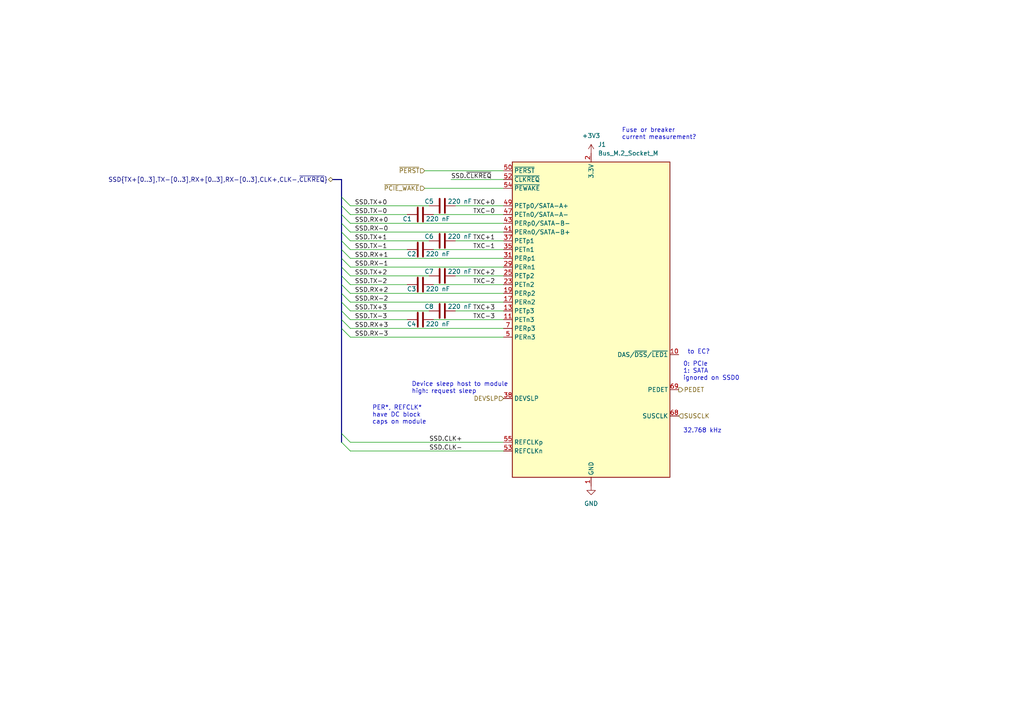
<source format=kicad_sch>
(kicad_sch (version 20230121) (generator eeschema)
  (paper "A4")
  (lib_symbols
    (symbol "Connector:Bus_M.2_Socket_M"
      (property "Reference" "J" (at -22.86 46.99 0))
      (property "Value" "Bus_M.2_Socket_M" (at 16.51 46.99 0))
      (symbol "Bus_M.2_Socket_M_0_1"
        (rectangle (start -22.86 45.72) (end 22.86 -45.72) (stroke (width 0.254)) (fill (type background)))
      )
      (symbol "Bus_M.2_Socket_M_1_1"
        (pin power_in line (at 0 -48.26 90) (length 2.54) (name "GND") (number "1"))
        (pin bidirectional line (at 25.4 -10.16 180) (length 2.54) (name "DAS/~{DSS}/~{LED1}") (number "10"))
        (pin output line (at -25.4 0 0) (length 2.54) (name "PETn3") (number "11"))
        (pin passive line (at 0 48.26 270) (length 2.54) hide (name "3.3V") (number "12"))
        (pin output line (at -25.4 2.54 0) (length 2.54) (name "PETp3") (number "13"))
        (pin passive line (at 0 48.26 270) (length 2.54) hide (name "3.3V") (number "14"))
        (pin passive line (at 0 -48.26 90) (length 2.54) hide (name "GND") (number "15"))
        (pin passive line (at 0 48.26 270) (length 2.54) hide (name "3.3V") (number "16"))
        (pin input line (at -25.4 5.08 0) (length 2.54) (name "PERn2") (number "17"))
        (pin passive line (at 0 48.26 270) (length 2.54) hide (name "3.3V") (number "18"))
        (pin input line (at -25.4 7.62 0) (length 2.54) (name "PERp2") (number "19"))
        (pin power_in line (at 0 48.26 270) (length 2.54) (name "3.3V") (number "2"))
        (pin no_connect line (at 22.86 2.54 180) (length 2.54) hide (name "NC") (number "20"))
        (pin passive line (at 0 -48.26 90) (length 2.54) hide (name "GND") (number "21"))
        (pin no_connect line (at 22.86 5.08 180) (length 2.54) hide (name "NC") (number "22"))
        (pin output line (at -25.4 10.16 0) (length 2.54) (name "PETn2") (number "23"))
        (pin no_connect line (at 22.86 7.62 180) (length 2.54) hide (name "NC") (number "24"))
        (pin output line (at -25.4 12.7 0) (length 2.54) (name "PETp2") (number "25"))
        (pin no_connect line (at 22.86 10.16 180) (length 2.54) hide (name "NC") (number "26"))
        (pin passive line (at 0 -48.26 90) (length 2.54) hide (name "GND") (number "27"))
        (pin no_connect line (at 22.86 12.7 180) (length 2.54) hide (name "NC") (number "28"))
        (pin input line (at -25.4 15.24 0) (length 2.54) (name "PERn1") (number "29"))
        (pin passive line (at 0 -48.26 90) (length 2.54) hide (name "GND") (number "3"))
        (pin no_connect line (at 22.86 15.24 180) (length 2.54) hide (name "NC") (number "30"))
        (pin input line (at -25.4 17.78 0) (length 2.54) (name "PERp1") (number "31"))
        (pin no_connect line (at 22.86 17.78 180) (length 2.54) hide (name "NC") (number "32"))
        (pin passive line (at 0 -48.26 90) (length 2.54) hide (name "GND") (number "33"))
        (pin no_connect line (at 22.86 20.32 180) (length 2.54) hide (name "NC") (number "34"))
        (pin output line (at -25.4 20.32 0) (length 2.54) (name "PETn1") (number "35"))
        (pin no_connect line (at 22.86 22.86 180) (length 2.54) hide (name "NC") (number "36"))
        (pin output line (at -25.4 22.86 0) (length 2.54) (name "PETp1") (number "37"))
        (pin output line (at -25.4 -22.86 0) (length 2.54) (name "DEVSLP") (number "38"))
        (pin passive line (at 0 -48.26 90) (length 2.54) hide (name "GND") (number "39"))
        (pin passive line (at 0 48.26 270) (length 2.54) hide (name "3.3V") (number "4"))
        (pin no_connect line (at 22.86 25.4 180) (length 2.54) hide (name "NC") (number "40"))
        (pin input line (at -25.4 25.4 0) (length 2.54) (name "PERn0/SATA-B+") (number "41"))
        (pin no_connect line (at 22.86 27.94 180) (length 2.54) hide (name "NC") (number "42"))
        (pin input line (at -25.4 27.94 0) (length 2.54) (name "PERp0/SATA-B-") (number "43"))
        (pin no_connect line (at 22.86 30.48 180) (length 2.54) hide (name "NC") (number "44"))
        (pin passive line (at 0 -48.26 90) (length 2.54) hide (name "GND") (number "45"))
        (pin no_connect line (at 22.86 33.02 180) (length 2.54) hide (name "NC") (number "46"))
        (pin output line (at -25.4 30.48 0) (length 2.54) (name "PETn0/SATA-A-") (number "47"))
        (pin no_connect line (at 22.86 35.56 180) (length 2.54) hide (name "NC") (number "48"))
        (pin output line (at -25.4 33.02 0) (length 2.54) (name "PETp0/SATA-A+") (number "49"))
        (pin input line (at -25.4 -5.08 0) (length 2.54) (name "PERn3") (number "5"))
        (pin output line (at -25.4 43.18 0) (length 2.54) (name "~{PERST}") (number "50"))
        (pin passive line (at 0 -48.26 90) (length 2.54) hide (name "GND") (number "51"))
        (pin bidirectional line (at -25.4 40.64 0) (length 2.54) (name "~{CLKREQ}") (number "52"))
        (pin output line (at -25.4 -38.1 0) (length 2.54) (name "REFCLKn") (number "53"))
        (pin bidirectional line (at -25.4 38.1 0) (length 2.54) (name "~{PEWAKE}") (number "54"))
        (pin output line (at -25.4 -35.56 0) (length 2.54) (name "REFCLKp") (number "55"))
        (pin no_connect line (at 22.86 38.1 180) (length 2.54) hide (name "NC") (number "56"))
        (pin passive line (at 0 -48.26 90) (length 2.54) hide (name "GND") (number "57"))
        (pin no_connect line (at 22.86 40.64 180) (length 2.54) hide (name "NC") (number "58"))
        (pin no_connect line (at 22.86 -2.54 180) (length 2.54) hide (name "NC") (number "6"))
        (pin no_connect line (at 22.86 -5.08 180) (length 2.54) hide (name "NC") (number "67"))
        (pin output line (at 25.4 -27.94 180) (length 2.54) (name "SUSCLK") (number "68"))
        (pin passive line (at 25.4 -20.32 180) (length 2.54) (name "PEDET") (number "69"))
        (pin input line (at -25.4 -2.54 0) (length 2.54) (name "PERp3") (number "7"))
        (pin passive line (at 0 48.26 270) (length 2.54) hide (name "3.3V") (number "70"))
        (pin passive line (at 0 -48.26 90) (length 2.54) hide (name "GND") (number "71"))
        (pin passive line (at 0 48.26 270) (length 2.54) hide (name "3.3V") (number "72"))
        (pin passive line (at 0 -48.26 90) (length 2.54) hide (name "GND") (number "73"))
        (pin passive line (at 0 48.26 270) (length 2.54) hide (name "3.3V") (number "74"))
        (pin passive line (at 0 -48.26 90) (length 2.54) hide (name "GND") (number "75"))
        (pin no_connect line (at 22.86 0 180) (length 2.54) hide (name "NC") (number "8"))
        (pin passive line (at 0 -48.26 90) (length 2.54) hide (name "GND") (number "9"))
      )
    )
    (symbol "Device:C" (pin_numbers hide) (pin_names (offset 0.254))
      (property "Reference" "C" (at 0.635 2.54 0))
      (property "Value" "C" (at 0.635 -2.54 0))
      (symbol "C_0_1"
        (polyline (pts (xy -2.032 -0.762) (xy 2.032 -0.762)) (stroke (width 0.508)))
        (polyline (pts (xy -2.032 0.762) (xy 2.032 0.762)) (stroke (width 0.508)))
      )
      (symbol "C_1_1"
        (pin passive line (at 0 3.81 270) (length 2.794) (name "~") (number "1"))
        (pin passive line (at 0 -3.81 90) (length 2.794) (name "~") (number "2"))
      )
    )
    (symbol "power:+3V3" (power) (pin_names (offset 0))
      (property "Value" "+3V3" (at 0 3.556 0))
      (symbol "+3V3_0_1"
        (polyline (pts (xy -0.762 1.27) (xy 0 2.54)))
        (polyline (pts (xy 0 0) (xy 0 2.54)))
        (polyline (pts (xy 0 2.54) (xy 0.762 1.27)))
      )
      (symbol "+3V3_1_1"
        (pin power_in line (at 0 0 90) (length 0) hide (name "+3V3") (number "1"))
      )
    )
    (symbol "power:GND" (power) (pin_names (offset 0))
      (property "Value" "GND" (at 0 -3.81 0))
      (symbol "GND_0_1"
        (polyline (pts (xy 0 0) (xy 0 -1.27) (xy 1.27 -1.27) (xy 0 -2.54) (xy -1.27 -1.27) (xy 0 -1.27)))
      )
      (symbol "GND_1_1"
        (pin power_in line (at 0 0 270) (length 0) hide (name "GND") (number "1"))
      )
    )
  )
  (bus_entry (at 99.06 80.01) (size 2.54 2.54))
  (bus_entry (at 99.06 64.77) (size 2.54 2.54))
  (bus_entry (at 99.06 87.63) (size 2.54 2.54))
  (bus_entry (at 99.06 82.55) (size 2.54 2.54))
  (bus_entry (at 99.06 59.69) (size 2.54 2.54))
  (bus_entry (at 99.06 125.73) (size 2.54 2.54))
  (bus_entry (at 99.06 85.09) (size 2.54 2.54))
  (bus_entry (at 99.06 74.93) (size 2.54 2.54))
  (bus_entry (at 99.06 57.15) (size 2.54 2.54))
  (bus_entry (at 99.06 77.47) (size 2.54 2.54))
  (bus_entry (at 99.06 128.27) (size 2.54 2.54))
  (bus_entry (at 99.06 69.85) (size 2.54 2.54))
  (bus_entry (at 99.06 92.71) (size 2.54 2.54))
  (bus_entry (at 99.06 90.17) (size 2.54 2.54))
  (bus_entry (at 99.06 67.31) (size 2.54 2.54))
  (bus_entry (at 99.06 72.39) (size 2.54 2.54))
  (bus_entry (at 99.06 62.23) (size 2.54 2.54))
  (bus_entry (at 99.06 95.25) (size 2.54 2.54))
  (wire (pts (xy 101.6 59.69) (xy 124.46 59.69)))
  (wire (pts (xy 101.6 82.55) (xy 118.11 82.55)))
  (wire (pts (xy 101.6 77.47) (xy 146.05 77.47)))
  (wire (pts (xy 101.6 62.23) (xy 118.11 62.23)))
  (bus (pts (xy 99.06 57.15) (xy 99.06 52.07)))
  (bus (pts (xy 99.06 62.23) (xy 99.06 59.69)))
  (wire (pts (xy 101.6 90.17) (xy 124.46 90.17)))
  (wire (pts (xy 132.08 90.17) (xy 146.05 90.17)))
  (wire (pts (xy 132.08 59.69) (xy 146.05 59.69)))
  (bus (pts (xy 99.06 125.73) (xy 99.06 128.27)))
  (wire (pts (xy 101.6 64.77) (xy 146.05 64.77)))
  (bus (pts (xy 99.06 87.63) (xy 99.06 85.09)))
  (wire (pts (xy 130.81 52.07) (xy 146.05 52.07)))
  (wire (pts (xy 101.6 72.39) (xy 118.11 72.39)))
  (wire (pts (xy 101.6 95.25) (xy 146.05 95.25)))
  (bus (pts (xy 99.06 52.07) (xy 96.52 52.07)))
  (bus (pts (xy 99.06 74.93) (xy 99.06 72.39)))
  (wire (pts (xy 125.73 72.39) (xy 146.05 72.39)))
  (wire (pts (xy 123.19 54.61) (xy 146.05 54.61)))
  (wire (pts (xy 101.6 97.79) (xy 146.05 97.79)))
  (wire (pts (xy 101.6 80.01) (xy 124.46 80.01)))
  (wire (pts (xy 101.6 67.31) (xy 146.05 67.31)))
  (bus (pts (xy 99.06 59.69) (xy 99.06 57.15)))
  (wire (pts (xy 101.6 92.71) (xy 118.11 92.71)))
  (wire (pts (xy 101.6 85.09) (xy 146.05 85.09)))
  (bus (pts (xy 99.06 64.77) (xy 99.06 62.23)))
  (bus (pts (xy 99.06 69.85) (xy 99.06 67.31)))
  (wire (pts (xy 125.73 92.71) (xy 146.05 92.71)))
  (bus (pts (xy 99.06 92.71) (xy 99.06 90.17)))
  (wire (pts (xy 132.08 80.01) (xy 146.05 80.01)))
  (bus (pts (xy 99.06 67.31) (xy 99.06 64.77)))
  (wire (pts (xy 101.6 69.85) (xy 124.46 69.85)))
  (bus (pts (xy 99.06 82.55) (xy 99.06 80.01)))
  (bus (pts (xy 99.06 85.09) (xy 99.06 82.55)))
  (bus (pts (xy 99.06 72.39) (xy 99.06 69.85)))
  (wire (pts (xy 125.73 62.23) (xy 146.05 62.23)))
  (bus (pts (xy 99.06 95.25) (xy 99.06 125.73)))
  (bus (pts (xy 99.06 90.17) (xy 99.06 87.63)))
  (bus (pts (xy 99.06 77.47) (xy 99.06 74.93)))
  (wire (pts (xy 101.6 87.63) (xy 146.05 87.63)))
  (wire (pts (xy 123.19 49.53) (xy 146.05 49.53)))
  (wire (pts (xy 132.08 69.85) (xy 146.05 69.85)))
  (bus (pts (xy 99.06 95.25) (xy 99.06 92.71)))
  (wire (pts (xy 101.6 130.81) (xy 146.05 130.81)))
  (wire (pts (xy 101.6 128.27) (xy 146.05 128.27)))
  (bus (pts (xy 99.06 80.01) (xy 99.06 77.47)))
  (wire (pts (xy 101.6 74.93) (xy 146.05 74.93)))
  (wire (pts (xy 125.73 82.55) (xy 146.05 82.55)))
  (text "Fuse or breaker\ncurrent measurement?" (at 180.34 40.64 0) (effects (font (size 1.27 1.27)) (justify left bottom)))
  (text "Device sleep host to module\nhigh: request sleep" (at 119.38 114.3 0) (effects (font (size 1.27 1.27)) (justify left bottom)))
  (text "32.768 kHz" (at 198.12 125.73 0) (effects (font (size 1.27 1.27)) (justify left bottom)))
  (text "to EC?" (at 199.39 102.87 0) (effects (font (size 1.27 1.27)) (justify left bottom)))
  (text "PER*, REFCLK*\nhave DC block\ncaps on module" (at 107.95 123.19 0) (effects (font (size 1.27 1.27)) (justify left bottom)))
  (text "0: PCIe\n1: SATA\nignored on SSD0" (at 198.12 110.49 0) (effects (font (size 1.27 1.27)) (justify left bottom)))
  (label "TXC+3" (at 137.16 90.17 0))
  (label "SSD.TX+0" (at 102.87 59.69 0))
  (label "TXC-2" (at 137.16 82.55 0))
  (label "SSD.TX+1" (at 102.87 69.85 0))
  (label "SSD.TX+3" (at 102.87 90.17 0))
  (label "SSD.RX-2" (at 102.87 87.63 0))
  (label "SSD.TX-3" (at 102.87 92.71 0))
  (label "TXC+1" (at 137.16 69.85 0))
  (label "SSD.TX-2" (at 102.87 82.55 0))
  (label "SSD.~{CLKREQ}" (at 130.81 52.07 0))
  (label "SSD.CLK+" (at 124.46 128.27 0))
  (label "TXC+2" (at 137.16 80.01 0))
  (label "SSD.RX-1" (at 102.87 77.47 0))
  (label "SSD.RX+0" (at 102.87 64.77 0))
  (label "TXC-0" (at 137.16 62.23 0))
  (label "SSD.RX+1" (at 102.87 74.93 0))
  (label "SSD.TX-0" (at 102.87 62.23 0))
  (label "SSD.TX+2" (at 102.87 80.01 0))
  (label "TXC-1" (at 137.16 72.39 0))
  (label "SSD.TX-1" (at 102.87 72.39 0))
  (label "SSD.RX+3" (at 102.87 95.25 0))
  (label "SSD.RX+2" (at 102.87 85.09 0))
  (label "TXC+0" (at 137.16 59.69 0))
  (label "SSD.RX-3" (at 102.87 97.79 0))
  (label "SSD.CLK-" (at 124.46 130.81 0))
  (label "TXC-3" (at 137.16 92.71 0))
  (label "SSD.RX-0" (at 102.87 67.31 0))
  (hierarchical_label "DEVSLP" (shape input) (at 146.05 115.57 180))
  (hierarchical_label "~{PERST}" (shape input) (at 123.19 49.53 180))
  (hierarchical_label "~{PCIE_WAKE}" (shape input) (at 123.19 54.61 180))
  (hierarchical_label "PEDET" (shape output) (at 196.85 113.03 0))
  (hierarchical_label "SUSCLK" (shape input) (at 196.85 120.65 0))
  (hierarchical_label "SSD{TX+[0..3],TX-[0..3],RX+[0..3],RX-[0..3],CLK+,CLK-,~{CLKREQ}}" (shape bidirectional) (at 96.52 52.07 180))
  (symbol (lib_id "Device:C") (at 128.27 59.69 90) (unit 1)
    (property "Reference" "C5" (at 124.46 58.42 90))
    (property "Value" "220 nF" (at 133.35 58.42 90))
    (property "Footprint" "local:C_0201_0603Metric" (effects hide))
    (instances (project "virgo-rpl-uph" (path "" (reference "C5") (unit 1)) (path "" (reference "C13") (unit 1))))
  )
  (symbol (lib_id "Device:C") (at 128.27 80.01 90) (unit 1)
    (property "Reference" "C7" (at 124.46 78.74 90))
    (property "Value" "220 nF" (at 133.35 78.74 90))
    (property "Footprint" "local:C_0201_0603Metric" (effects hide))
    (instances (project "virgo-rpl-uph" (path "" (reference "C7") (unit 1)) (path "" (reference "C15") (unit 1))))
  )
  (symbol (lib_id "power:+3V3") (at 171.45 44.45 0) (unit 1)
    (property "Reference" "#PWR01" (effects hide))
    (property "Value" "+3V3" (at 171.45 39.37 0))
    (instances (project "virgo-rpl-uph" (path "" (reference "#PWR01") (unit 1)) (path "" (reference "#PWR03") (unit 1))))
  )
  (symbol (lib_id "Device:C") (at 121.92 72.39 90) (unit 1)
    (property "Reference" "C2" (at 119.38 73.66 90))
    (property "Value" "220 nF" (at 127 73.66 90))
    (property "Footprint" "local:C_0201_0603Metric" (effects hide))
    (instances (project "virgo-rpl-uph" (path "" (reference "C2") (unit 1)) (path "" (reference "C10") (unit 1))))
  )
  (symbol (lib_id "Device:C") (at 121.92 62.23 90) (unit 1)
    (property "Reference" "C1" (at 118.11 63.5 90))
    (property "Value" "220 nF" (at 127 63.5 90))
    (property "Footprint" "local:C_0201_0603Metric" (effects hide))
    (instances (project "virgo-rpl-uph" (path "" (reference "C1") (unit 1)) (path "" (reference "C9") (unit 1))))
  )
  (symbol (lib_id "Connector:Bus_M.2_Socket_M") (at 171.45 92.71 0) (unit 1)
    (property "Reference" "J1" (at 173.4059 41.91 0) (effects (justify left)))
    (property "Value" "Bus_M.2_Socket_M" (at 173.4059 44.45 0) (effects (justify left)))
    (property "Footprint" "local:M2_M" (effects hide))
    (property "Datasheet" "http://read.pudn.com/downloads794/doc/project/3133918/PCIe_M.2_Electromechanical_Spec_Rev1.0_Final_11012013_RS_Clean.pdf#page=155" (effects hide))
    (instances (project "virgo-rpl-uph" (path "" (reference "J1") (unit 1)) (path "" (reference "J2") (unit 1))))
  )
  (symbol (lib_id "Device:C") (at 121.92 82.55 90) (unit 1)
    (property "Reference" "C3" (at 119.38 83.82 90))
    (property "Value" "220 nF" (at 127 83.82 90))
    (property "Footprint" "local:C_0201_0603Metric" (effects hide))
    (instances (project "virgo-rpl-uph" (path "" (reference "C3") (unit 1)) (path "" (reference "C11") (unit 1))))
  )
  (symbol (lib_id "Device:C") (at 128.27 69.85 90) (unit 1)
    (property "Reference" "C6" (at 124.46 68.58 90))
    (property "Value" "220 nF" (at 133.35 68.58 90))
    (property "Footprint" "local:C_0201_0603Metric" (effects hide))
    (instances (project "virgo-rpl-uph" (path "" (reference "C6") (unit 1)) (path "" (reference "C14") (unit 1))))
  )
  (symbol (lib_id "Device:C") (at 121.92 92.71 90) (unit 1)
    (property "Reference" "C4" (at 119.38 93.98 90))
    (property "Value" "220 nF" (at 127 93.98 90))
    (property "Footprint" "local:C_0201_0603Metric" (effects hide))
    (instances (project "virgo-rpl-uph" (path "" (reference "C4") (unit 1)) (path "" (reference "C12") (unit 1))))
  )
  (symbol (lib_id "power:GND") (at 171.45 140.97 0) (unit 1)
    (property "Reference" "#PWR02" (effects hide))
    (property "Value" "GND" (at 171.45 146.05 0))
    (instances (project "virgo-rpl-uph" (path "" (reference "#PWR02") (unit 1)) (path "" (reference "#PWR04") (unit 1))))
  )
  (symbol (lib_id "Device:C") (at 128.27 90.17 90) (unit 1)
    (property "Reference" "C8" (at 124.46 88.9 90))
    (property "Value" "220 nF" (at 133.35 88.9 90))
    (property "Footprint" "local:C_0201_0603Metric" (effects hide))
    (instances (project "virgo-rpl-uph" (path "" (reference "C8") (unit 1)) (path "" (reference "C16") (unit 1))))
  )
)
</source>
